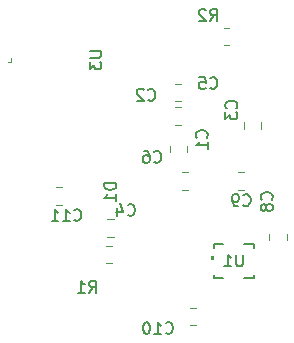
<source format=gbr>
G04 #@! TF.GenerationSoftware,KiCad,Pcbnew,7.0.8*
G04 #@! TF.CreationDate,2023-11-02T17:05:36-04:00*
G04 #@! TF.ProjectId,MCU+IMU,4d43552b-494d-4552-9e6b-696361645f70,rev?*
G04 #@! TF.SameCoordinates,Original*
G04 #@! TF.FileFunction,Legend,Bot*
G04 #@! TF.FilePolarity,Positive*
%FSLAX46Y46*%
G04 Gerber Fmt 4.6, Leading zero omitted, Abs format (unit mm)*
G04 Created by KiCad (PCBNEW 7.0.8) date 2023-11-02 17:05:36*
%MOMM*%
%LPD*%
G01*
G04 APERTURE LIST*
%ADD10C,0.150000*%
%ADD11C,0.120000*%
%ADD12C,0.100000*%
%ADD13C,0.152400*%
G04 APERTURE END LIST*
D10*
X132166666Y-97609580D02*
X132214285Y-97657200D01*
X132214285Y-97657200D02*
X132357142Y-97704819D01*
X132357142Y-97704819D02*
X132452380Y-97704819D01*
X132452380Y-97704819D02*
X132595237Y-97657200D01*
X132595237Y-97657200D02*
X132690475Y-97561961D01*
X132690475Y-97561961D02*
X132738094Y-97466723D01*
X132738094Y-97466723D02*
X132785713Y-97276247D01*
X132785713Y-97276247D02*
X132785713Y-97133390D01*
X132785713Y-97133390D02*
X132738094Y-96942914D01*
X132738094Y-96942914D02*
X132690475Y-96847676D01*
X132690475Y-96847676D02*
X132595237Y-96752438D01*
X132595237Y-96752438D02*
X132452380Y-96704819D01*
X132452380Y-96704819D02*
X132357142Y-96704819D01*
X132357142Y-96704819D02*
X132214285Y-96752438D01*
X132214285Y-96752438D02*
X132166666Y-96800057D01*
X131785713Y-96800057D02*
X131738094Y-96752438D01*
X131738094Y-96752438D02*
X131642856Y-96704819D01*
X131642856Y-96704819D02*
X131404761Y-96704819D01*
X131404761Y-96704819D02*
X131309523Y-96752438D01*
X131309523Y-96752438D02*
X131261904Y-96800057D01*
X131261904Y-96800057D02*
X131214285Y-96895295D01*
X131214285Y-96895295D02*
X131214285Y-96990533D01*
X131214285Y-96990533D02*
X131261904Y-97133390D01*
X131261904Y-97133390D02*
X131833332Y-97704819D01*
X131833332Y-97704819D02*
X131214285Y-97704819D01*
X129454819Y-104677694D02*
X128454819Y-104677694D01*
X128454819Y-104677694D02*
X128454819Y-104915789D01*
X128454819Y-104915789D02*
X128502438Y-105058646D01*
X128502438Y-105058646D02*
X128597676Y-105153884D01*
X128597676Y-105153884D02*
X128692914Y-105201503D01*
X128692914Y-105201503D02*
X128883390Y-105249122D01*
X128883390Y-105249122D02*
X129026247Y-105249122D01*
X129026247Y-105249122D02*
X129216723Y-105201503D01*
X129216723Y-105201503D02*
X129311961Y-105153884D01*
X129311961Y-105153884D02*
X129407200Y-105058646D01*
X129407200Y-105058646D02*
X129454819Y-104915789D01*
X129454819Y-104915789D02*
X129454819Y-104677694D01*
X129454819Y-106201503D02*
X129454819Y-105630075D01*
X129454819Y-105915789D02*
X128454819Y-105915789D01*
X128454819Y-105915789D02*
X128597676Y-105820551D01*
X128597676Y-105820551D02*
X128692914Y-105725313D01*
X128692914Y-105725313D02*
X128740533Y-105630075D01*
X142609580Y-106083333D02*
X142657200Y-106035714D01*
X142657200Y-106035714D02*
X142704819Y-105892857D01*
X142704819Y-105892857D02*
X142704819Y-105797619D01*
X142704819Y-105797619D02*
X142657200Y-105654762D01*
X142657200Y-105654762D02*
X142561961Y-105559524D01*
X142561961Y-105559524D02*
X142466723Y-105511905D01*
X142466723Y-105511905D02*
X142276247Y-105464286D01*
X142276247Y-105464286D02*
X142133390Y-105464286D01*
X142133390Y-105464286D02*
X141942914Y-105511905D01*
X141942914Y-105511905D02*
X141847676Y-105559524D01*
X141847676Y-105559524D02*
X141752438Y-105654762D01*
X141752438Y-105654762D02*
X141704819Y-105797619D01*
X141704819Y-105797619D02*
X141704819Y-105892857D01*
X141704819Y-105892857D02*
X141752438Y-106035714D01*
X141752438Y-106035714D02*
X141800057Y-106083333D01*
X142133390Y-106654762D02*
X142085771Y-106559524D01*
X142085771Y-106559524D02*
X142038152Y-106511905D01*
X142038152Y-106511905D02*
X141942914Y-106464286D01*
X141942914Y-106464286D02*
X141895295Y-106464286D01*
X141895295Y-106464286D02*
X141800057Y-106511905D01*
X141800057Y-106511905D02*
X141752438Y-106559524D01*
X141752438Y-106559524D02*
X141704819Y-106654762D01*
X141704819Y-106654762D02*
X141704819Y-106845238D01*
X141704819Y-106845238D02*
X141752438Y-106940476D01*
X141752438Y-106940476D02*
X141800057Y-106988095D01*
X141800057Y-106988095D02*
X141895295Y-107035714D01*
X141895295Y-107035714D02*
X141942914Y-107035714D01*
X141942914Y-107035714D02*
X142038152Y-106988095D01*
X142038152Y-106988095D02*
X142085771Y-106940476D01*
X142085771Y-106940476D02*
X142133390Y-106845238D01*
X142133390Y-106845238D02*
X142133390Y-106654762D01*
X142133390Y-106654762D02*
X142181009Y-106559524D01*
X142181009Y-106559524D02*
X142228628Y-106511905D01*
X142228628Y-106511905D02*
X142323866Y-106464286D01*
X142323866Y-106464286D02*
X142514342Y-106464286D01*
X142514342Y-106464286D02*
X142609580Y-106511905D01*
X142609580Y-106511905D02*
X142657200Y-106559524D01*
X142657200Y-106559524D02*
X142704819Y-106654762D01*
X142704819Y-106654762D02*
X142704819Y-106845238D01*
X142704819Y-106845238D02*
X142657200Y-106940476D01*
X142657200Y-106940476D02*
X142609580Y-106988095D01*
X142609580Y-106988095D02*
X142514342Y-107035714D01*
X142514342Y-107035714D02*
X142323866Y-107035714D01*
X142323866Y-107035714D02*
X142228628Y-106988095D01*
X142228628Y-106988095D02*
X142181009Y-106940476D01*
X142181009Y-106940476D02*
X142133390Y-106845238D01*
X140172604Y-110742708D02*
X140172604Y-111552231D01*
X140172604Y-111552231D02*
X140124985Y-111647469D01*
X140124985Y-111647469D02*
X140077366Y-111695089D01*
X140077366Y-111695089D02*
X139982128Y-111742708D01*
X139982128Y-111742708D02*
X139791652Y-111742708D01*
X139791652Y-111742708D02*
X139696414Y-111695089D01*
X139696414Y-111695089D02*
X139648795Y-111647469D01*
X139648795Y-111647469D02*
X139601176Y-111552231D01*
X139601176Y-111552231D02*
X139601176Y-110742708D01*
X138601176Y-111742708D02*
X139172604Y-111742708D01*
X138886890Y-111742708D02*
X138886890Y-110742708D01*
X138886890Y-110742708D02*
X138982128Y-110885565D01*
X138982128Y-110885565D02*
X139077366Y-110980803D01*
X139077366Y-110980803D02*
X139172604Y-111028422D01*
X127166666Y-113954819D02*
X127499999Y-113478628D01*
X127738094Y-113954819D02*
X127738094Y-112954819D01*
X127738094Y-112954819D02*
X127357142Y-112954819D01*
X127357142Y-112954819D02*
X127261904Y-113002438D01*
X127261904Y-113002438D02*
X127214285Y-113050057D01*
X127214285Y-113050057D02*
X127166666Y-113145295D01*
X127166666Y-113145295D02*
X127166666Y-113288152D01*
X127166666Y-113288152D02*
X127214285Y-113383390D01*
X127214285Y-113383390D02*
X127261904Y-113431009D01*
X127261904Y-113431009D02*
X127357142Y-113478628D01*
X127357142Y-113478628D02*
X127738094Y-113478628D01*
X126214285Y-113954819D02*
X126785713Y-113954819D01*
X126499999Y-113954819D02*
X126499999Y-112954819D01*
X126499999Y-112954819D02*
X126595237Y-113097676D01*
X126595237Y-113097676D02*
X126690475Y-113192914D01*
X126690475Y-113192914D02*
X126785713Y-113240533D01*
X137416666Y-96609580D02*
X137464285Y-96657200D01*
X137464285Y-96657200D02*
X137607142Y-96704819D01*
X137607142Y-96704819D02*
X137702380Y-96704819D01*
X137702380Y-96704819D02*
X137845237Y-96657200D01*
X137845237Y-96657200D02*
X137940475Y-96561961D01*
X137940475Y-96561961D02*
X137988094Y-96466723D01*
X137988094Y-96466723D02*
X138035713Y-96276247D01*
X138035713Y-96276247D02*
X138035713Y-96133390D01*
X138035713Y-96133390D02*
X137988094Y-95942914D01*
X137988094Y-95942914D02*
X137940475Y-95847676D01*
X137940475Y-95847676D02*
X137845237Y-95752438D01*
X137845237Y-95752438D02*
X137702380Y-95704819D01*
X137702380Y-95704819D02*
X137607142Y-95704819D01*
X137607142Y-95704819D02*
X137464285Y-95752438D01*
X137464285Y-95752438D02*
X137416666Y-95800057D01*
X136511904Y-95704819D02*
X136988094Y-95704819D01*
X136988094Y-95704819D02*
X137035713Y-96181009D01*
X137035713Y-96181009D02*
X136988094Y-96133390D01*
X136988094Y-96133390D02*
X136892856Y-96085771D01*
X136892856Y-96085771D02*
X136654761Y-96085771D01*
X136654761Y-96085771D02*
X136559523Y-96133390D01*
X136559523Y-96133390D02*
X136511904Y-96181009D01*
X136511904Y-96181009D02*
X136464285Y-96276247D01*
X136464285Y-96276247D02*
X136464285Y-96514342D01*
X136464285Y-96514342D02*
X136511904Y-96609580D01*
X136511904Y-96609580D02*
X136559523Y-96657200D01*
X136559523Y-96657200D02*
X136654761Y-96704819D01*
X136654761Y-96704819D02*
X136892856Y-96704819D01*
X136892856Y-96704819D02*
X136988094Y-96657200D01*
X136988094Y-96657200D02*
X137035713Y-96609580D01*
X125892857Y-107800369D02*
X125940476Y-107847989D01*
X125940476Y-107847989D02*
X126083333Y-107895608D01*
X126083333Y-107895608D02*
X126178571Y-107895608D01*
X126178571Y-107895608D02*
X126321428Y-107847989D01*
X126321428Y-107847989D02*
X126416666Y-107752750D01*
X126416666Y-107752750D02*
X126464285Y-107657512D01*
X126464285Y-107657512D02*
X126511904Y-107467036D01*
X126511904Y-107467036D02*
X126511904Y-107324179D01*
X126511904Y-107324179D02*
X126464285Y-107133703D01*
X126464285Y-107133703D02*
X126416666Y-107038465D01*
X126416666Y-107038465D02*
X126321428Y-106943227D01*
X126321428Y-106943227D02*
X126178571Y-106895608D01*
X126178571Y-106895608D02*
X126083333Y-106895608D01*
X126083333Y-106895608D02*
X125940476Y-106943227D01*
X125940476Y-106943227D02*
X125892857Y-106990846D01*
X124940476Y-107895608D02*
X125511904Y-107895608D01*
X125226190Y-107895608D02*
X125226190Y-106895608D01*
X125226190Y-106895608D02*
X125321428Y-107038465D01*
X125321428Y-107038465D02*
X125416666Y-107133703D01*
X125416666Y-107133703D02*
X125511904Y-107181322D01*
X123988095Y-107895608D02*
X124559523Y-107895608D01*
X124273809Y-107895608D02*
X124273809Y-106895608D01*
X124273809Y-106895608D02*
X124369047Y-107038465D01*
X124369047Y-107038465D02*
X124464285Y-107133703D01*
X124464285Y-107133703D02*
X124559523Y-107181322D01*
X137109580Y-100833333D02*
X137157200Y-100785714D01*
X137157200Y-100785714D02*
X137204819Y-100642857D01*
X137204819Y-100642857D02*
X137204819Y-100547619D01*
X137204819Y-100547619D02*
X137157200Y-100404762D01*
X137157200Y-100404762D02*
X137061961Y-100309524D01*
X137061961Y-100309524D02*
X136966723Y-100261905D01*
X136966723Y-100261905D02*
X136776247Y-100214286D01*
X136776247Y-100214286D02*
X136633390Y-100214286D01*
X136633390Y-100214286D02*
X136442914Y-100261905D01*
X136442914Y-100261905D02*
X136347676Y-100309524D01*
X136347676Y-100309524D02*
X136252438Y-100404762D01*
X136252438Y-100404762D02*
X136204819Y-100547619D01*
X136204819Y-100547619D02*
X136204819Y-100642857D01*
X136204819Y-100642857D02*
X136252438Y-100785714D01*
X136252438Y-100785714D02*
X136300057Y-100833333D01*
X137204819Y-101785714D02*
X137204819Y-101214286D01*
X137204819Y-101500000D02*
X136204819Y-101500000D01*
X136204819Y-101500000D02*
X136347676Y-101404762D01*
X136347676Y-101404762D02*
X136442914Y-101309524D01*
X136442914Y-101309524D02*
X136490533Y-101214286D01*
X140216666Y-106539580D02*
X140264285Y-106587200D01*
X140264285Y-106587200D02*
X140407142Y-106634819D01*
X140407142Y-106634819D02*
X140502380Y-106634819D01*
X140502380Y-106634819D02*
X140645237Y-106587200D01*
X140645237Y-106587200D02*
X140740475Y-106491961D01*
X140740475Y-106491961D02*
X140788094Y-106396723D01*
X140788094Y-106396723D02*
X140835713Y-106206247D01*
X140835713Y-106206247D02*
X140835713Y-106063390D01*
X140835713Y-106063390D02*
X140788094Y-105872914D01*
X140788094Y-105872914D02*
X140740475Y-105777676D01*
X140740475Y-105777676D02*
X140645237Y-105682438D01*
X140645237Y-105682438D02*
X140502380Y-105634819D01*
X140502380Y-105634819D02*
X140407142Y-105634819D01*
X140407142Y-105634819D02*
X140264285Y-105682438D01*
X140264285Y-105682438D02*
X140216666Y-105730057D01*
X139740475Y-106634819D02*
X139549999Y-106634819D01*
X139549999Y-106634819D02*
X139454761Y-106587200D01*
X139454761Y-106587200D02*
X139407142Y-106539580D01*
X139407142Y-106539580D02*
X139311904Y-106396723D01*
X139311904Y-106396723D02*
X139264285Y-106206247D01*
X139264285Y-106206247D02*
X139264285Y-105825295D01*
X139264285Y-105825295D02*
X139311904Y-105730057D01*
X139311904Y-105730057D02*
X139359523Y-105682438D01*
X139359523Y-105682438D02*
X139454761Y-105634819D01*
X139454761Y-105634819D02*
X139645237Y-105634819D01*
X139645237Y-105634819D02*
X139740475Y-105682438D01*
X139740475Y-105682438D02*
X139788094Y-105730057D01*
X139788094Y-105730057D02*
X139835713Y-105825295D01*
X139835713Y-105825295D02*
X139835713Y-106063390D01*
X139835713Y-106063390D02*
X139788094Y-106158628D01*
X139788094Y-106158628D02*
X139740475Y-106206247D01*
X139740475Y-106206247D02*
X139645237Y-106253866D01*
X139645237Y-106253866D02*
X139454761Y-106253866D01*
X139454761Y-106253866D02*
X139359523Y-106206247D01*
X139359523Y-106206247D02*
X139311904Y-106158628D01*
X139311904Y-106158628D02*
X139264285Y-106063390D01*
X133642857Y-117359580D02*
X133690476Y-117407200D01*
X133690476Y-117407200D02*
X133833333Y-117454819D01*
X133833333Y-117454819D02*
X133928571Y-117454819D01*
X133928571Y-117454819D02*
X134071428Y-117407200D01*
X134071428Y-117407200D02*
X134166666Y-117311961D01*
X134166666Y-117311961D02*
X134214285Y-117216723D01*
X134214285Y-117216723D02*
X134261904Y-117026247D01*
X134261904Y-117026247D02*
X134261904Y-116883390D01*
X134261904Y-116883390D02*
X134214285Y-116692914D01*
X134214285Y-116692914D02*
X134166666Y-116597676D01*
X134166666Y-116597676D02*
X134071428Y-116502438D01*
X134071428Y-116502438D02*
X133928571Y-116454819D01*
X133928571Y-116454819D02*
X133833333Y-116454819D01*
X133833333Y-116454819D02*
X133690476Y-116502438D01*
X133690476Y-116502438D02*
X133642857Y-116550057D01*
X132690476Y-117454819D02*
X133261904Y-117454819D01*
X132976190Y-117454819D02*
X132976190Y-116454819D01*
X132976190Y-116454819D02*
X133071428Y-116597676D01*
X133071428Y-116597676D02*
X133166666Y-116692914D01*
X133166666Y-116692914D02*
X133261904Y-116740533D01*
X132071428Y-116454819D02*
X131976190Y-116454819D01*
X131976190Y-116454819D02*
X131880952Y-116502438D01*
X131880952Y-116502438D02*
X131833333Y-116550057D01*
X131833333Y-116550057D02*
X131785714Y-116645295D01*
X131785714Y-116645295D02*
X131738095Y-116835771D01*
X131738095Y-116835771D02*
X131738095Y-117073866D01*
X131738095Y-117073866D02*
X131785714Y-117264342D01*
X131785714Y-117264342D02*
X131833333Y-117359580D01*
X131833333Y-117359580D02*
X131880952Y-117407200D01*
X131880952Y-117407200D02*
X131976190Y-117454819D01*
X131976190Y-117454819D02*
X132071428Y-117454819D01*
X132071428Y-117454819D02*
X132166666Y-117407200D01*
X132166666Y-117407200D02*
X132214285Y-117359580D01*
X132214285Y-117359580D02*
X132261904Y-117264342D01*
X132261904Y-117264342D02*
X132309523Y-117073866D01*
X132309523Y-117073866D02*
X132309523Y-116835771D01*
X132309523Y-116835771D02*
X132261904Y-116645295D01*
X132261904Y-116645295D02*
X132214285Y-116550057D01*
X132214285Y-116550057D02*
X132166666Y-116502438D01*
X132166666Y-116502438D02*
X132071428Y-116454819D01*
X139609580Y-98333333D02*
X139657200Y-98285714D01*
X139657200Y-98285714D02*
X139704819Y-98142857D01*
X139704819Y-98142857D02*
X139704819Y-98047619D01*
X139704819Y-98047619D02*
X139657200Y-97904762D01*
X139657200Y-97904762D02*
X139561961Y-97809524D01*
X139561961Y-97809524D02*
X139466723Y-97761905D01*
X139466723Y-97761905D02*
X139276247Y-97714286D01*
X139276247Y-97714286D02*
X139133390Y-97714286D01*
X139133390Y-97714286D02*
X138942914Y-97761905D01*
X138942914Y-97761905D02*
X138847676Y-97809524D01*
X138847676Y-97809524D02*
X138752438Y-97904762D01*
X138752438Y-97904762D02*
X138704819Y-98047619D01*
X138704819Y-98047619D02*
X138704819Y-98142857D01*
X138704819Y-98142857D02*
X138752438Y-98285714D01*
X138752438Y-98285714D02*
X138800057Y-98333333D01*
X138704819Y-98666667D02*
X138704819Y-99285714D01*
X138704819Y-99285714D02*
X139085771Y-98952381D01*
X139085771Y-98952381D02*
X139085771Y-99095238D01*
X139085771Y-99095238D02*
X139133390Y-99190476D01*
X139133390Y-99190476D02*
X139181009Y-99238095D01*
X139181009Y-99238095D02*
X139276247Y-99285714D01*
X139276247Y-99285714D02*
X139514342Y-99285714D01*
X139514342Y-99285714D02*
X139609580Y-99238095D01*
X139609580Y-99238095D02*
X139657200Y-99190476D01*
X139657200Y-99190476D02*
X139704819Y-99095238D01*
X139704819Y-99095238D02*
X139704819Y-98809524D01*
X139704819Y-98809524D02*
X139657200Y-98714286D01*
X139657200Y-98714286D02*
X139609580Y-98666667D01*
X127204819Y-93488095D02*
X128014342Y-93488095D01*
X128014342Y-93488095D02*
X128109580Y-93535714D01*
X128109580Y-93535714D02*
X128157200Y-93583333D01*
X128157200Y-93583333D02*
X128204819Y-93678571D01*
X128204819Y-93678571D02*
X128204819Y-93869047D01*
X128204819Y-93869047D02*
X128157200Y-93964285D01*
X128157200Y-93964285D02*
X128109580Y-94011904D01*
X128109580Y-94011904D02*
X128014342Y-94059523D01*
X128014342Y-94059523D02*
X127204819Y-94059523D01*
X127204819Y-94440476D02*
X127204819Y-95059523D01*
X127204819Y-95059523D02*
X127585771Y-94726190D01*
X127585771Y-94726190D02*
X127585771Y-94869047D01*
X127585771Y-94869047D02*
X127633390Y-94964285D01*
X127633390Y-94964285D02*
X127681009Y-95011904D01*
X127681009Y-95011904D02*
X127776247Y-95059523D01*
X127776247Y-95059523D02*
X128014342Y-95059523D01*
X128014342Y-95059523D02*
X128109580Y-95011904D01*
X128109580Y-95011904D02*
X128157200Y-94964285D01*
X128157200Y-94964285D02*
X128204819Y-94869047D01*
X128204819Y-94869047D02*
X128204819Y-94583333D01*
X128204819Y-94583333D02*
X128157200Y-94488095D01*
X128157200Y-94488095D02*
X128109580Y-94440476D01*
X132666666Y-102859580D02*
X132714285Y-102907200D01*
X132714285Y-102907200D02*
X132857142Y-102954819D01*
X132857142Y-102954819D02*
X132952380Y-102954819D01*
X132952380Y-102954819D02*
X133095237Y-102907200D01*
X133095237Y-102907200D02*
X133190475Y-102811961D01*
X133190475Y-102811961D02*
X133238094Y-102716723D01*
X133238094Y-102716723D02*
X133285713Y-102526247D01*
X133285713Y-102526247D02*
X133285713Y-102383390D01*
X133285713Y-102383390D02*
X133238094Y-102192914D01*
X133238094Y-102192914D02*
X133190475Y-102097676D01*
X133190475Y-102097676D02*
X133095237Y-102002438D01*
X133095237Y-102002438D02*
X132952380Y-101954819D01*
X132952380Y-101954819D02*
X132857142Y-101954819D01*
X132857142Y-101954819D02*
X132714285Y-102002438D01*
X132714285Y-102002438D02*
X132666666Y-102050057D01*
X131809523Y-101954819D02*
X131999999Y-101954819D01*
X131999999Y-101954819D02*
X132095237Y-102002438D01*
X132095237Y-102002438D02*
X132142856Y-102050057D01*
X132142856Y-102050057D02*
X132238094Y-102192914D01*
X132238094Y-102192914D02*
X132285713Y-102383390D01*
X132285713Y-102383390D02*
X132285713Y-102764342D01*
X132285713Y-102764342D02*
X132238094Y-102859580D01*
X132238094Y-102859580D02*
X132190475Y-102907200D01*
X132190475Y-102907200D02*
X132095237Y-102954819D01*
X132095237Y-102954819D02*
X131904761Y-102954819D01*
X131904761Y-102954819D02*
X131809523Y-102907200D01*
X131809523Y-102907200D02*
X131761904Y-102859580D01*
X131761904Y-102859580D02*
X131714285Y-102764342D01*
X131714285Y-102764342D02*
X131714285Y-102526247D01*
X131714285Y-102526247D02*
X131761904Y-102431009D01*
X131761904Y-102431009D02*
X131809523Y-102383390D01*
X131809523Y-102383390D02*
X131904761Y-102335771D01*
X131904761Y-102335771D02*
X132095237Y-102335771D01*
X132095237Y-102335771D02*
X132190475Y-102383390D01*
X132190475Y-102383390D02*
X132238094Y-102431009D01*
X132238094Y-102431009D02*
X132285713Y-102526247D01*
X130416666Y-107359580D02*
X130464285Y-107407200D01*
X130464285Y-107407200D02*
X130607142Y-107454819D01*
X130607142Y-107454819D02*
X130702380Y-107454819D01*
X130702380Y-107454819D02*
X130845237Y-107407200D01*
X130845237Y-107407200D02*
X130940475Y-107311961D01*
X130940475Y-107311961D02*
X130988094Y-107216723D01*
X130988094Y-107216723D02*
X131035713Y-107026247D01*
X131035713Y-107026247D02*
X131035713Y-106883390D01*
X131035713Y-106883390D02*
X130988094Y-106692914D01*
X130988094Y-106692914D02*
X130940475Y-106597676D01*
X130940475Y-106597676D02*
X130845237Y-106502438D01*
X130845237Y-106502438D02*
X130702380Y-106454819D01*
X130702380Y-106454819D02*
X130607142Y-106454819D01*
X130607142Y-106454819D02*
X130464285Y-106502438D01*
X130464285Y-106502438D02*
X130416666Y-106550057D01*
X129559523Y-106788152D02*
X129559523Y-107454819D01*
X129797618Y-106407200D02*
X130035713Y-107121485D01*
X130035713Y-107121485D02*
X129416666Y-107121485D01*
X137416666Y-90954819D02*
X137749999Y-90478628D01*
X137988094Y-90954819D02*
X137988094Y-89954819D01*
X137988094Y-89954819D02*
X137607142Y-89954819D01*
X137607142Y-89954819D02*
X137511904Y-90002438D01*
X137511904Y-90002438D02*
X137464285Y-90050057D01*
X137464285Y-90050057D02*
X137416666Y-90145295D01*
X137416666Y-90145295D02*
X137416666Y-90288152D01*
X137416666Y-90288152D02*
X137464285Y-90383390D01*
X137464285Y-90383390D02*
X137511904Y-90431009D01*
X137511904Y-90431009D02*
X137607142Y-90478628D01*
X137607142Y-90478628D02*
X137988094Y-90478628D01*
X137035713Y-90050057D02*
X136988094Y-90002438D01*
X136988094Y-90002438D02*
X136892856Y-89954819D01*
X136892856Y-89954819D02*
X136654761Y-89954819D01*
X136654761Y-89954819D02*
X136559523Y-90002438D01*
X136559523Y-90002438D02*
X136511904Y-90050057D01*
X136511904Y-90050057D02*
X136464285Y-90145295D01*
X136464285Y-90145295D02*
X136464285Y-90240533D01*
X136464285Y-90240533D02*
X136511904Y-90383390D01*
X136511904Y-90383390D02*
X137083332Y-90954819D01*
X137083332Y-90954819D02*
X136464285Y-90954819D01*
D11*
G04 #@! TO.C,C2*
X134438748Y-98265000D02*
X134961252Y-98265000D01*
X134438748Y-99735000D02*
X134961252Y-99735000D01*
D12*
G04 #@! TO.C,D1*
X126960700Y-106275789D02*
G75*
G03*
X126960700Y-106275789I-50000J0D01*
G01*
D11*
G04 #@! TO.C,C8*
X143895700Y-108974537D02*
X143895700Y-109497041D01*
X142425700Y-108974537D02*
X142425700Y-109497041D01*
D13*
G04 #@! TO.C,U1*
X141087100Y-112710289D02*
X140305007Y-112710289D01*
X141087100Y-112432259D02*
X141087100Y-112710289D01*
X141087100Y-109865489D02*
X141087100Y-110143519D01*
X140305007Y-109865489D02*
X141087100Y-109865489D01*
X138516393Y-112710289D02*
X137734300Y-112710289D01*
X137734300Y-112710289D02*
X137734300Y-112432259D01*
X137734300Y-110143519D02*
X137734300Y-109865489D01*
X137734300Y-109865489D02*
X138516393Y-109865489D01*
G36*
X137708900Y-111228326D02*
G01*
X137454900Y-111228326D01*
X137454900Y-110847326D01*
X137708900Y-110847326D01*
X137708900Y-111228326D01*
G37*
D11*
G04 #@! TO.C,R1*
X129064564Y-111485000D02*
X128610436Y-111485000D01*
X129064564Y-110015000D02*
X128610436Y-110015000D01*
G04 #@! TO.C,C5*
X134438748Y-96265000D02*
X134961252Y-96265000D01*
X134438748Y-97735000D02*
X134961252Y-97735000D01*
G04 #@! TO.C,C11*
X124374448Y-105025789D02*
X124896952Y-105025789D01*
X124374448Y-106495789D02*
X124896952Y-106495789D01*
G04 #@! TO.C,C1*
X134015000Y-102061252D02*
X134015000Y-101538748D01*
X135485000Y-102061252D02*
X135485000Y-101538748D01*
G04 #@! TO.C,C9*
X139788748Y-103765000D02*
X140311252Y-103765000D01*
X139788748Y-105235000D02*
X140311252Y-105235000D01*
G04 #@! TO.C,C10*
X136236252Y-116735000D02*
X135713748Y-116735000D01*
X136236252Y-115265000D02*
X135713748Y-115265000D01*
G04 #@! TO.C,C3*
X141735000Y-99538748D02*
X141735000Y-100061252D01*
X140265000Y-99538748D02*
X140265000Y-100061252D01*
G04 #@! TO.C,U3*
X120575700Y-94060789D02*
X120575700Y-94460789D01*
X120575700Y-94460789D02*
X120275700Y-94460789D01*
G04 #@! TO.C,C6*
X135561252Y-105235000D02*
X135038748Y-105235000D01*
X135561252Y-103765000D02*
X135038748Y-103765000D01*
G04 #@! TO.C,C4*
X128713748Y-107765000D02*
X129236252Y-107765000D01*
X128713748Y-109235000D02*
X129236252Y-109235000D01*
G04 #@! TO.C,R2*
X138596136Y-91525789D02*
X139050264Y-91525789D01*
X138596136Y-92995789D02*
X139050264Y-92995789D01*
G04 #@! TD*
M02*

</source>
